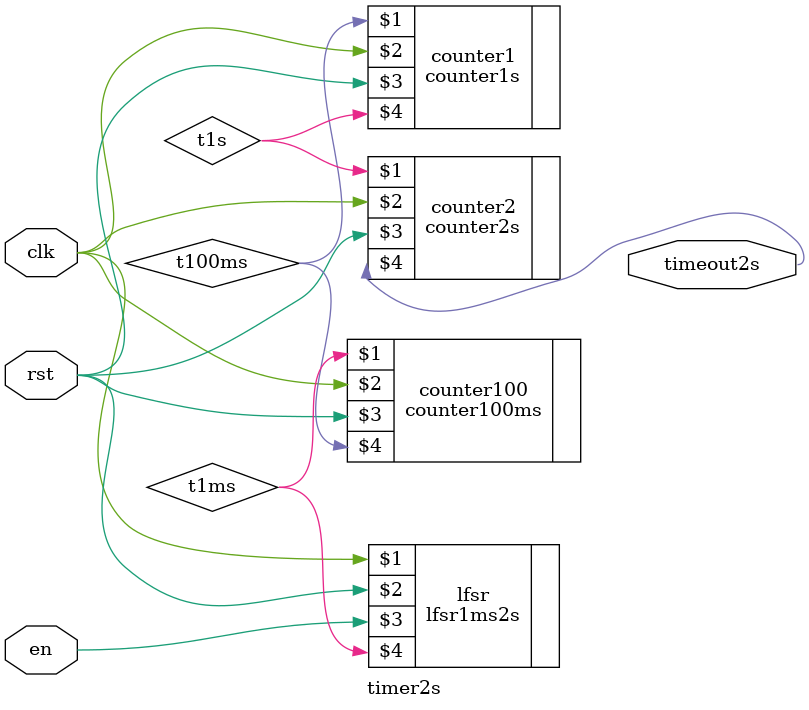
<source format=v>

module timer2s(clk, rst, en, timeout2s);
input clk, rst, en;
output timeout2s;
wire t1ms, t100ms, t1s;
lfsr1ms2s lfsr(clk, rst, en, t1ms);
counter100ms counter100(t1ms, clk, rst, t100ms);
counter1s counter1(t100ms, clk, rst, t1s);
counter2s counter2(t1s, clk, rst, timeout2s);
endmodule




</source>
